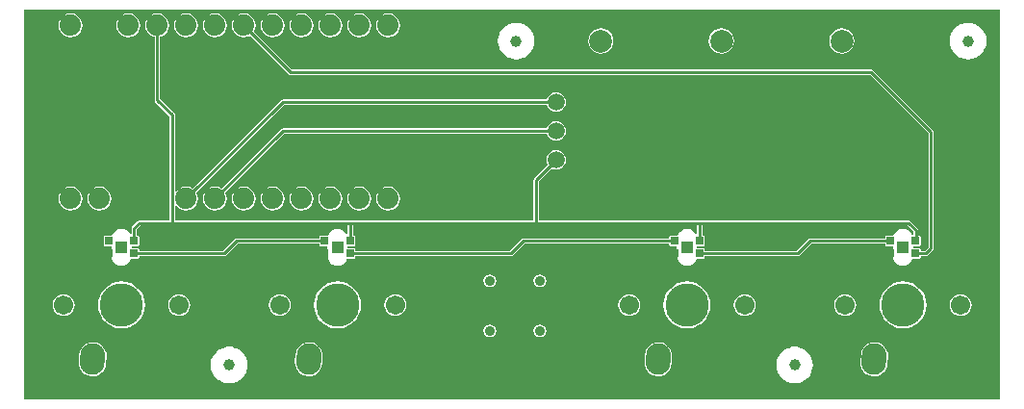
<source format=gbl>
G04 Layer_Physical_Order=2*
G04 Layer_Color=16711680*
%FSLAX25Y25*%
%MOIN*%
G70*
G01*
G75*
%ADD11C,0.01000*%
%ADD12C,0.05905*%
%ADD13R,0.05905X0.05905*%
%ADD14C,0.07874*%
%ADD15C,0.07400*%
G04:AMPARAMS|DCode=16|XSize=108.9mil|YSize=86mil|CornerRadius=0mil|HoleSize=0mil|Usage=FLASHONLY|Rotation=86.000|XOffset=0mil|YOffset=0mil|HoleType=Round|Shape=Round|*
%AMOVALD16*
21,1,0.02290,0.08600,0.00000,0.00000,86.0*
1,1,0.08600,-0.00080,-0.01142*
1,1,0.08600,0.00080,0.01142*
%
%ADD16OVALD16*%

%ADD17C,0.08600*%
%ADD18C,0.06700*%
%ADD19C,0.15000*%
%ADD20R,0.03937X0.03937*%
%ADD21C,0.03937*%
%ADD22C,0.03543*%
%ADD23C,0.05000*%
%ADD24R,0.02756X0.02756*%
G36*
X476451Y148549D02*
X138707D01*
Y283538D01*
X476451D01*
Y148549D01*
D02*
G37*
%LPC*%
G36*
X247145Y189342D02*
X247124Y189333D01*
X247103Y189340D01*
X245598Y189192D01*
X245559Y189171D01*
X245516Y189175D01*
X244069Y188736D01*
X244035Y188709D01*
X243991Y188705D01*
X242658Y187992D01*
X242630Y187958D01*
X242588Y187945D01*
X241419Y186986D01*
X241399Y186947D01*
X241360Y186927D01*
X240401Y185758D01*
X240388Y185716D01*
X240354Y185688D01*
X239642Y184355D01*
X239637Y184311D01*
X239610Y184277D01*
X239171Y182830D01*
X239175Y182787D01*
X239154Y182748D01*
X239006Y181243D01*
X239019Y181202D01*
X239006Y181160D01*
X239154Y179655D01*
X239175Y179616D01*
X239171Y179573D01*
X239610Y178126D01*
X239637Y178092D01*
X239642Y178049D01*
X240354Y176715D01*
X240388Y176687D01*
X240401Y176645D01*
X241360Y175476D01*
X241399Y175456D01*
X241419Y175417D01*
X242588Y174458D01*
X242630Y174445D01*
X242658Y174411D01*
X243991Y173699D01*
X244035Y173694D01*
X244069Y173667D01*
X245516Y173228D01*
X245559Y173232D01*
X245598Y173211D01*
X247103Y173063D01*
X247124Y173070D01*
X247145Y173061D01*
X247165Y173070D01*
X247186Y173063D01*
X248691Y173211D01*
X248730Y173232D01*
X248773Y173228D01*
X250220Y173667D01*
X250254Y173694D01*
X250297Y173699D01*
X251631Y174411D01*
X251659Y174445D01*
X251701Y174458D01*
X252870Y175417D01*
X252890Y175456D01*
X252929Y175476D01*
X253888Y176645D01*
X253901Y176687D01*
X253935Y176715D01*
X254647Y178049D01*
X254652Y178092D01*
X254679Y178126D01*
X255118Y179573D01*
X255114Y179616D01*
X255135Y179655D01*
X255283Y181160D01*
X255270Y181202D01*
X255283Y181243D01*
X255135Y182748D01*
X255114Y182787D01*
X255118Y182830D01*
X254679Y184277D01*
X254652Y184311D01*
X254647Y184355D01*
X253935Y185688D01*
X253901Y185716D01*
X253888Y185758D01*
X252929Y186927D01*
X252890Y186947D01*
X252870Y186986D01*
X251701Y187945D01*
X251659Y187958D01*
X251631Y187992D01*
X250297Y188705D01*
X250254Y188709D01*
X250220Y188736D01*
X248773Y189175D01*
X248730Y189171D01*
X248691Y189192D01*
X247186Y189340D01*
X247165Y189333D01*
X247145Y189342D01*
D02*
G37*
G36*
X368208D02*
X368187Y189333D01*
X368166Y189340D01*
X366661Y189192D01*
X366622Y189171D01*
X366579Y189175D01*
X365132Y188736D01*
X365098Y188709D01*
X365054Y188705D01*
X363721Y187992D01*
X363693Y187958D01*
X363651Y187945D01*
X362482Y186986D01*
X362462Y186947D01*
X362423Y186927D01*
X361464Y185758D01*
X361451Y185716D01*
X361418Y185688D01*
X360705Y184355D01*
X360700Y184311D01*
X360673Y184277D01*
X360234Y182830D01*
X360238Y182787D01*
X360217Y182748D01*
X360069Y181243D01*
X360082Y181202D01*
X360069Y181160D01*
X360217Y179655D01*
X360238Y179616D01*
X360234Y179573D01*
X360673Y178126D01*
X360700Y178092D01*
X360705Y178049D01*
X361418Y176715D01*
X361451Y176687D01*
X361464Y176645D01*
X362423Y175476D01*
X362462Y175456D01*
X362482Y175417D01*
X363651Y174458D01*
X363693Y174445D01*
X363721Y174411D01*
X365054Y173699D01*
X365098Y173694D01*
X365132Y173667D01*
X366579Y173228D01*
X366622Y173232D01*
X366661Y173211D01*
X368166Y173063D01*
X368187Y173070D01*
X368208Y173061D01*
X368228Y173070D01*
X368249Y173063D01*
X369754Y173211D01*
X369793Y173232D01*
X369836Y173228D01*
X371283Y173667D01*
X371317Y173694D01*
X371360Y173699D01*
X372694Y174411D01*
X372722Y174445D01*
X372764Y174458D01*
X373933Y175417D01*
X373953Y175456D01*
X373992Y175476D01*
X374951Y176645D01*
X374964Y176687D01*
X374998Y176715D01*
X375710Y178049D01*
X375715Y178092D01*
X375742Y178126D01*
X376181Y179573D01*
X376177Y179616D01*
X376198Y179655D01*
X376346Y181160D01*
X376333Y181202D01*
X376346Y181243D01*
X376198Y182748D01*
X376177Y182787D01*
X376181Y182830D01*
X375742Y184277D01*
X375715Y184311D01*
X375710Y184355D01*
X374998Y185688D01*
X374964Y185716D01*
X374951Y185758D01*
X373992Y186927D01*
X373953Y186947D01*
X373933Y186986D01*
X372764Y187945D01*
X372722Y187958D01*
X372694Y187992D01*
X371360Y188705D01*
X371317Y188709D01*
X371283Y188736D01*
X369836Y189175D01*
X369793Y189171D01*
X369754Y189192D01*
X368249Y189340D01*
X368228Y189333D01*
X368208Y189342D01*
D02*
G37*
G36*
X172341D02*
X172321Y189333D01*
X172300Y189340D01*
X170795Y189192D01*
X170756Y189171D01*
X170713Y189175D01*
X169265Y188736D01*
X169232Y188709D01*
X169188Y188705D01*
X167855Y187992D01*
X167827Y187958D01*
X167785Y187945D01*
X166616Y186986D01*
X166596Y186947D01*
X166557Y186927D01*
X165598Y185758D01*
X165585Y185716D01*
X165551Y185688D01*
X164839Y184355D01*
X164834Y184311D01*
X164806Y184277D01*
X164367Y182830D01*
X164372Y182787D01*
X164351Y182748D01*
X164203Y181243D01*
X164216Y181202D01*
X164203Y181160D01*
X164351Y179655D01*
X164372Y179616D01*
X164367Y179573D01*
X164806Y178126D01*
X164834Y178092D01*
X164839Y178049D01*
X165551Y176715D01*
X165585Y176687D01*
X165598Y176645D01*
X166557Y175476D01*
X166596Y175456D01*
X166616Y175417D01*
X167785Y174458D01*
X167827Y174445D01*
X167855Y174411D01*
X169188Y173699D01*
X169232Y173694D01*
X169265Y173667D01*
X170713Y173228D01*
X170756Y173232D01*
X170795Y173211D01*
X172300Y173063D01*
X172321Y173070D01*
X172341Y173061D01*
X172362Y173070D01*
X172383Y173063D01*
X173888Y173211D01*
X173927Y173232D01*
X173970Y173228D01*
X175417Y173667D01*
X175451Y173694D01*
X175494Y173699D01*
X176828Y174411D01*
X176856Y174445D01*
X176898Y174458D01*
X178067Y175417D01*
X178087Y175456D01*
X178126Y175476D01*
X179085Y176645D01*
X179098Y176687D01*
X179131Y176715D01*
X179844Y178049D01*
X179849Y178092D01*
X179876Y178126D01*
X180315Y179573D01*
X180311Y179616D01*
X180332Y179655D01*
X180480Y181160D01*
X180467Y181202D01*
X180480Y181243D01*
X180332Y182748D01*
X180311Y182787D01*
X180315Y182830D01*
X179876Y184277D01*
X179849Y184311D01*
X179844Y184355D01*
X179131Y185688D01*
X179098Y185716D01*
X179085Y185758D01*
X178126Y186927D01*
X178087Y186947D01*
X178067Y186986D01*
X176898Y187945D01*
X176856Y187958D01*
X176828Y187992D01*
X175494Y188705D01*
X175451Y188709D01*
X175417Y188736D01*
X173970Y189175D01*
X173927Y189171D01*
X173888Y189192D01*
X172383Y189340D01*
X172362Y189333D01*
X172341Y189342D01*
D02*
G37*
G36*
X423011Y185007D02*
X422984Y184995D01*
X422955Y185003D01*
X422081Y184888D01*
X422031Y184859D01*
X421973D01*
X421158Y184521D01*
X421117Y184481D01*
X421062Y184466D01*
X420362Y183929D01*
X420333Y183879D01*
X420283Y183850D01*
X419746Y183150D01*
X419732Y183095D01*
X419691Y183054D01*
X419353Y182239D01*
Y182182D01*
X419324Y182132D01*
X419209Y181257D01*
X419224Y181202D01*
X419209Y181146D01*
X419324Y180271D01*
X419353Y180222D01*
Y180164D01*
X419691Y179349D01*
X419732Y179308D01*
X419746Y179253D01*
X420283Y178553D01*
X420333Y178524D01*
X420362Y178474D01*
X421062Y177937D01*
X421117Y177922D01*
X421158Y177882D01*
X421973Y177544D01*
X422031D01*
X422081Y177515D01*
X422955Y177400D01*
X422984Y177408D01*
X423011Y177397D01*
X423038Y177408D01*
X423066Y177400D01*
X423941Y177515D01*
X423991Y177544D01*
X424048D01*
X424863Y177882D01*
X424904Y177922D01*
X424960Y177937D01*
X425659Y178474D01*
X425688Y178524D01*
X425738Y178553D01*
X426275Y179253D01*
X426290Y179308D01*
X426331Y179349D01*
X426668Y180164D01*
Y180222D01*
X426697Y180271D01*
X426812Y181146D01*
X426797Y181202D01*
X426812Y181257D01*
X426697Y182132D01*
X426668Y182182D01*
Y182239D01*
X426331Y183054D01*
X426290Y183095D01*
X426275Y183150D01*
X425738Y183850D01*
X425688Y183879D01*
X425659Y183929D01*
X424960Y184466D01*
X424904Y184481D01*
X424863Y184521D01*
X424048Y184859D01*
X423991D01*
X423941Y184888D01*
X423066Y185003D01*
X423038Y184995D01*
X423011Y185007D01*
D02*
G37*
G36*
X463011D02*
X462984Y184995D01*
X462955Y185003D01*
X462080Y184888D01*
X462031Y184859D01*
X461973D01*
X461158Y184521D01*
X461117Y184481D01*
X461062Y184466D01*
X460362Y183929D01*
X460333Y183879D01*
X460283Y183850D01*
X459746Y183150D01*
X459731Y183095D01*
X459691Y183054D01*
X459353Y182239D01*
Y182182D01*
X459324Y182132D01*
X459209Y181257D01*
X459224Y181202D01*
X459209Y181146D01*
X459324Y180271D01*
X459353Y180222D01*
Y180164D01*
X459691Y179349D01*
X459731Y179308D01*
X459746Y179253D01*
X460283Y178553D01*
X460333Y178524D01*
X460362Y178474D01*
X461062Y177937D01*
X461117Y177922D01*
X461158Y177882D01*
X461973Y177544D01*
X462031D01*
X462080Y177515D01*
X462955Y177400D01*
X462984Y177408D01*
X463011Y177397D01*
X463038Y177408D01*
X463066Y177400D01*
X463941Y177515D01*
X463991Y177544D01*
X464048D01*
X464863Y177882D01*
X464904Y177922D01*
X464959Y177937D01*
X465659Y178474D01*
X465688Y178524D01*
X465738Y178553D01*
X466275Y179253D01*
X466290Y179308D01*
X466331Y179349D01*
X466668Y180164D01*
Y180222D01*
X466697Y180271D01*
X466812Y181146D01*
X466797Y181202D01*
X466812Y181257D01*
X466697Y182132D01*
X466668Y182182D01*
Y182239D01*
X466331Y183054D01*
X466290Y183095D01*
X466275Y183150D01*
X465738Y183850D01*
X465688Y183879D01*
X465659Y183929D01*
X464959Y184466D01*
X464904Y184481D01*
X464863Y184521D01*
X464048Y184859D01*
X463991D01*
X463941Y184888D01*
X463066Y185003D01*
X463038Y184995D01*
X463011Y185007D01*
D02*
G37*
G36*
X237615Y168266D02*
X236381Y168191D01*
X235209Y167799D01*
X234179Y167117D01*
X233360Y166191D01*
X232808Y165085D01*
X232562Y163874D01*
X232402Y161590D01*
X232478Y160356D01*
X232870Y159184D01*
X233552Y158153D01*
X234477Y157334D01*
X235583Y156783D01*
X236795Y156537D01*
X238028Y156612D01*
X239200Y157004D01*
X240231Y157686D01*
X241050Y158612D01*
X241601Y159718D01*
X241847Y160929D01*
X242007Y163214D01*
X241932Y164447D01*
X241540Y165619D01*
X240858Y166650D01*
X239932Y167469D01*
X238826Y168020D01*
X237615Y168266D01*
D02*
G37*
G36*
X162812D02*
X161578Y168191D01*
X160406Y167799D01*
X159376Y167117D01*
X158557Y166191D01*
X158005Y165085D01*
X157759Y163874D01*
X157599Y161590D01*
X157675Y160356D01*
X158067Y159184D01*
X158749Y158153D01*
X159674Y157334D01*
X160780Y156783D01*
X161992Y156537D01*
X163225Y156612D01*
X164397Y157004D01*
X165428Y157686D01*
X166246Y158612D01*
X166798Y159718D01*
X167044Y160929D01*
X167204Y163214D01*
X167129Y164447D01*
X166736Y165619D01*
X166054Y166650D01*
X165129Y167469D01*
X164023Y168020D01*
X162812Y168266D01*
D02*
G37*
G36*
X317221Y191800D02*
X317181Y191783D01*
X317138Y191791D01*
X316447Y191654D01*
X316376Y191607D01*
X316293Y191590D01*
X315707Y191199D01*
X315660Y191128D01*
X315590Y191081D01*
X315198Y190495D01*
X315182Y190412D01*
X315135Y190341D01*
X314997Y189650D01*
X315014Y189567D01*
X314997Y189484D01*
X315135Y188793D01*
X315182Y188722D01*
X315198Y188639D01*
X315590Y188053D01*
X315660Y188006D01*
X315707Y187935D01*
X316293Y187544D01*
X316376Y187527D01*
X316447Y187480D01*
X317138Y187343D01*
X317181Y187351D01*
X317221Y187335D01*
X317262Y187351D01*
X317304Y187343D01*
X317996Y187480D01*
X318066Y187527D01*
X318149Y187544D01*
X318735Y187935D01*
X318782Y188006D01*
X318853Y188053D01*
X319245Y188639D01*
X319261Y188722D01*
X319308Y188793D01*
X319446Y189484D01*
X319429Y189567D01*
X319446Y189650D01*
X319308Y190341D01*
X319261Y190412D01*
X319245Y190495D01*
X318853Y191081D01*
X318782Y191128D01*
X318735Y191199D01*
X318149Y191590D01*
X318066Y191607D01*
X317996Y191654D01*
X317304Y191791D01*
X317262Y191783D01*
X317221Y191800D01*
D02*
G37*
G36*
X443011Y189342D02*
X442990Y189333D01*
X442969Y189340D01*
X441464Y189192D01*
X441425Y189171D01*
X441382Y189175D01*
X439935Y188736D01*
X439901Y188709D01*
X439858Y188705D01*
X438524Y187992D01*
X438496Y187958D01*
X438454Y187945D01*
X437286Y186986D01*
X437265Y186947D01*
X437226Y186927D01*
X436267Y185758D01*
X436254Y185716D01*
X436221Y185688D01*
X435508Y184355D01*
X435503Y184311D01*
X435476Y184277D01*
X435037Y182830D01*
X435041Y182787D01*
X435020Y182748D01*
X434872Y181243D01*
X434885Y181202D01*
X434872Y181160D01*
X435020Y179655D01*
X435041Y179616D01*
X435037Y179573D01*
X435476Y178126D01*
X435503Y178092D01*
X435508Y178049D01*
X436221Y176715D01*
X436254Y176687D01*
X436267Y176645D01*
X437226Y175476D01*
X437265Y175456D01*
X437286Y175417D01*
X438454Y174458D01*
X438496Y174445D01*
X438524Y174411D01*
X439858Y173699D01*
X439901Y173694D01*
X439935Y173667D01*
X441382Y173228D01*
X441425Y173232D01*
X441464Y173211D01*
X442969Y173063D01*
X442990Y173070D01*
X443011Y173061D01*
X443031Y173070D01*
X443052Y173063D01*
X444557Y173211D01*
X444596Y173232D01*
X444639Y173228D01*
X446087Y173667D01*
X446120Y173694D01*
X446164Y173699D01*
X447497Y174411D01*
X447525Y174445D01*
X447567Y174458D01*
X448736Y175417D01*
X448756Y175456D01*
X448795Y175476D01*
X449754Y176645D01*
X449767Y176687D01*
X449801Y176715D01*
X450514Y178049D01*
X450518Y178092D01*
X450546Y178126D01*
X450984Y179573D01*
X450980Y179616D01*
X451001Y179655D01*
X451149Y181160D01*
X451136Y181202D01*
X451149Y181243D01*
X451001Y182748D01*
X450980Y182787D01*
X450984Y182830D01*
X450546Y184277D01*
X450518Y184311D01*
X450514Y184355D01*
X449801Y185688D01*
X449767Y185716D01*
X449754Y185758D01*
X448795Y186927D01*
X448756Y186947D01*
X448736Y186986D01*
X447567Y187945D01*
X447525Y187958D01*
X447497Y187992D01*
X446164Y188705D01*
X446120Y188709D01*
X446087Y188736D01*
X444639Y189175D01*
X444596Y189171D01*
X444557Y189192D01*
X443052Y189340D01*
X443031Y189333D01*
X443011Y189342D01*
D02*
G37*
G36*
X299899Y191800D02*
X299859Y191783D01*
X299816Y191791D01*
X299125Y191654D01*
X299054Y191607D01*
X298971Y191590D01*
X298385Y191199D01*
X298338Y191128D01*
X298268Y191081D01*
X297876Y190495D01*
X297860Y190412D01*
X297813Y190341D01*
X297675Y189650D01*
X297691Y189567D01*
X297675Y189484D01*
X297813Y188793D01*
X297860Y188722D01*
X297876Y188639D01*
X298268Y188053D01*
X298338Y188006D01*
X298385Y187935D01*
X298971Y187544D01*
X299054Y187527D01*
X299125Y187480D01*
X299816Y187343D01*
X299859Y187351D01*
X299899Y187335D01*
X299940Y187351D01*
X299983Y187343D01*
X300674Y187480D01*
X300744Y187527D01*
X300827Y187544D01*
X301413Y187935D01*
X301461Y188006D01*
X301531Y188053D01*
X301923Y188639D01*
X301939Y188722D01*
X301986Y188793D01*
X302124Y189484D01*
X302107Y189567D01*
X302124Y189650D01*
X301986Y190341D01*
X301939Y190412D01*
X301923Y190495D01*
X301531Y191081D01*
X301461Y191128D01*
X301413Y191199D01*
X300827Y191590D01*
X300744Y191607D01*
X300674Y191654D01*
X299983Y191791D01*
X299940Y191783D01*
X299899Y191800D01*
D02*
G37*
G36*
X388208Y185007D02*
X388180Y184995D01*
X388152Y185003D01*
X387277Y184888D01*
X387228Y184859D01*
X387170D01*
X386355Y184521D01*
X386314Y184481D01*
X386259Y184466D01*
X385559Y183929D01*
X385530Y183879D01*
X385480Y183850D01*
X384943Y183150D01*
X384928Y183095D01*
X384888Y183054D01*
X384550Y182239D01*
Y182182D01*
X384521Y182132D01*
X384406Y181257D01*
X384421Y181202D01*
X384406Y181146D01*
X384521Y180271D01*
X384550Y180222D01*
Y180164D01*
X384888Y179349D01*
X384928Y179308D01*
X384943Y179253D01*
X385480Y178553D01*
X385530Y178524D01*
X385559Y178474D01*
X386259Y177937D01*
X386314Y177922D01*
X386355Y177882D01*
X387170Y177544D01*
X387228D01*
X387277Y177515D01*
X388152Y177400D01*
X388180Y177408D01*
X388208Y177397D01*
X388235Y177408D01*
X388263Y177400D01*
X389138Y177515D01*
X389188Y177544D01*
X389245D01*
X390060Y177882D01*
X390101Y177922D01*
X390156Y177937D01*
X390856Y178474D01*
X390885Y178524D01*
X390935Y178553D01*
X391472Y179253D01*
X391487Y179308D01*
X391527Y179349D01*
X391865Y180164D01*
Y180222D01*
X391894Y180271D01*
X392009Y181146D01*
X391994Y181202D01*
X392009Y181257D01*
X391894Y182132D01*
X391865Y182182D01*
Y182239D01*
X391527Y183054D01*
X391487Y183095D01*
X391472Y183150D01*
X390935Y183850D01*
X390885Y183879D01*
X390856Y183929D01*
X390156Y184466D01*
X390101Y184481D01*
X390060Y184521D01*
X389245Y184859D01*
X389188D01*
X389138Y184888D01*
X388263Y185003D01*
X388235Y184995D01*
X388208Y185007D01*
D02*
G37*
G36*
X405512Y166793D02*
X405491Y166785D01*
X405470Y166791D01*
X404312Y166677D01*
X404274Y166657D01*
X404230Y166661D01*
X403117Y166323D01*
X403084Y166296D01*
X403040Y166291D01*
X402014Y165743D01*
X401986Y165709D01*
X401945Y165697D01*
X401045Y164959D01*
X401025Y164920D01*
X400986Y164899D01*
X400248Y164000D01*
X400236Y163958D01*
X400202Y163931D01*
X399654Y162905D01*
X399649Y162861D01*
X399622Y162828D01*
X399284Y161714D01*
X399288Y161671D01*
X399268Y161633D01*
X399154Y160475D01*
X399166Y160433D01*
X399154Y160391D01*
X399268Y159234D01*
X399288Y159195D01*
X399284Y159152D01*
X399622Y158038D01*
X399649Y158005D01*
X399654Y157961D01*
X400202Y156935D01*
X400236Y156908D01*
X400248Y156866D01*
X400986Y155967D01*
X401025Y155946D01*
X401045Y155908D01*
X401945Y155170D01*
X401986Y155157D01*
X402014Y155123D01*
X403040Y154575D01*
X403084Y154571D01*
X403117Y154543D01*
X404230Y154205D01*
X404274Y154209D01*
X404312Y154189D01*
X405470Y154075D01*
X405491Y154081D01*
X405512Y154073D01*
X405532Y154081D01*
X405554Y154075D01*
X406711Y154189D01*
X406750Y154209D01*
X406793Y154205D01*
X407906Y154543D01*
X407940Y154571D01*
X407984Y154575D01*
X409010Y155123D01*
X409037Y155157D01*
X409079Y155170D01*
X409978Y155908D01*
X409999Y155946D01*
X410037Y155967D01*
X410775Y156866D01*
X410788Y156908D01*
X410822Y156935D01*
X411370Y157961D01*
X411374Y158005D01*
X411402Y158038D01*
X411740Y159152D01*
X411735Y159195D01*
X411756Y159234D01*
X411870Y160391D01*
X411857Y160433D01*
X411870Y160475D01*
X411756Y161633D01*
X411735Y161671D01*
X411740Y161714D01*
X411402Y162828D01*
X411374Y162861D01*
X411370Y162905D01*
X410822Y163931D01*
X410788Y163958D01*
X410775Y164000D01*
X410037Y164899D01*
X409999Y164920D01*
X409978Y164959D01*
X409079Y165697D01*
X409037Y165709D01*
X409010Y165743D01*
X407984Y166291D01*
X407940Y166296D01*
X407906Y166323D01*
X406793Y166661D01*
X406750Y166657D01*
X406711Y166677D01*
X405554Y166791D01*
X405532Y166785D01*
X405512Y166793D01*
D02*
G37*
G36*
X299899Y174477D02*
X299859Y174460D01*
X299816Y174469D01*
X299125Y174331D01*
X299054Y174284D01*
X298971Y174267D01*
X298385Y173876D01*
X298338Y173805D01*
X298268Y173758D01*
X297876Y173172D01*
X297860Y173089D01*
X297813Y173019D01*
X297675Y172327D01*
X297691Y172244D01*
X297675Y172161D01*
X297813Y171470D01*
X297860Y171399D01*
X297876Y171316D01*
X298268Y170730D01*
X298338Y170683D01*
X298385Y170612D01*
X298971Y170221D01*
X299054Y170204D01*
X299125Y170157D01*
X299816Y170020D01*
X299859Y170028D01*
X299899Y170011D01*
X299940Y170028D01*
X299983Y170020D01*
X300674Y170157D01*
X300744Y170204D01*
X300827Y170221D01*
X301413Y170612D01*
X301461Y170683D01*
X301531Y170730D01*
X301923Y171316D01*
X301939Y171399D01*
X301986Y171470D01*
X302124Y172161D01*
X302107Y172244D01*
X302124Y172327D01*
X301986Y173019D01*
X301939Y173089D01*
X301923Y173172D01*
X301531Y173758D01*
X301461Y173805D01*
X301413Y173876D01*
X300827Y174267D01*
X300744Y174284D01*
X300674Y174331D01*
X299983Y174469D01*
X299940Y174460D01*
X299899Y174477D01*
D02*
G37*
G36*
X209646Y166793D02*
X209625Y166785D01*
X209604Y166791D01*
X208446Y166677D01*
X208408Y166657D01*
X208364Y166661D01*
X207251Y166323D01*
X207217Y166296D01*
X207174Y166291D01*
X206148Y165743D01*
X206120Y165709D01*
X206079Y165697D01*
X205179Y164959D01*
X205159Y164920D01*
X205120Y164899D01*
X204382Y164000D01*
X204370Y163958D01*
X204336Y163931D01*
X203787Y162905D01*
X203783Y162861D01*
X203755Y162828D01*
X203418Y161714D01*
X203422Y161671D01*
X203401Y161633D01*
X203288Y160475D01*
X203300Y160433D01*
X203288Y160391D01*
X203401Y159234D01*
X203422Y159195D01*
X203418Y159152D01*
X203755Y158038D01*
X203783Y158005D01*
X203787Y157961D01*
X204336Y156935D01*
X204370Y156908D01*
X204382Y156866D01*
X205120Y155967D01*
X205159Y155946D01*
X205179Y155908D01*
X206079Y155170D01*
X206120Y155157D01*
X206148Y155123D01*
X207174Y154575D01*
X207217Y154571D01*
X207251Y154543D01*
X208364Y154205D01*
X208408Y154209D01*
X208446Y154189D01*
X209604Y154075D01*
X209625Y154081D01*
X209646Y154073D01*
X209666Y154081D01*
X209687Y154075D01*
X210845Y154189D01*
X210884Y154209D01*
X210927Y154205D01*
X212040Y154543D01*
X212074Y154571D01*
X212117Y154575D01*
X213143Y155123D01*
X213171Y155157D01*
X213213Y155170D01*
X214112Y155908D01*
X214133Y155946D01*
X214171Y155967D01*
X214909Y156866D01*
X214922Y156908D01*
X214955Y156935D01*
X215504Y157961D01*
X215508Y158005D01*
X215536Y158038D01*
X215874Y159152D01*
X215869Y159195D01*
X215890Y159234D01*
X216004Y160391D01*
X215991Y160433D01*
X216004Y160475D01*
X215890Y161633D01*
X215869Y161671D01*
X215874Y161714D01*
X215536Y162828D01*
X215508Y162861D01*
X215504Y162905D01*
X214955Y163931D01*
X214922Y163958D01*
X214909Y164000D01*
X214171Y164899D01*
X214133Y164920D01*
X214112Y164959D01*
X213213Y165697D01*
X213171Y165709D01*
X213143Y165743D01*
X212117Y166291D01*
X212074Y166296D01*
X212040Y166323D01*
X210927Y166661D01*
X210884Y166657D01*
X210845Y166677D01*
X209687Y166791D01*
X209666Y166785D01*
X209646Y166793D01*
D02*
G37*
G36*
X358678Y168266D02*
X357444Y168191D01*
X356272Y167799D01*
X355242Y167117D01*
X354423Y166191D01*
X353871Y165085D01*
X353625Y163874D01*
X353465Y161590D01*
X353541Y160356D01*
X353933Y159184D01*
X354615Y158153D01*
X355540Y157334D01*
X356646Y156783D01*
X357858Y156537D01*
X359091Y156612D01*
X360263Y157004D01*
X361294Y157686D01*
X362113Y158612D01*
X362664Y159718D01*
X362911Y160929D01*
X363070Y163214D01*
X362995Y164447D01*
X362603Y165619D01*
X361920Y166650D01*
X360995Y167469D01*
X359889Y168020D01*
X358678Y168266D01*
D02*
G37*
G36*
X433481D02*
X432247Y168191D01*
X431075Y167799D01*
X430045Y167117D01*
X429226Y166191D01*
X428675Y165085D01*
X428428Y163874D01*
X428268Y161590D01*
X428344Y160356D01*
X428736Y159184D01*
X429418Y158153D01*
X430344Y157334D01*
X431450Y156783D01*
X432661Y156537D01*
X433894Y156612D01*
X435066Y157004D01*
X436097Y157686D01*
X436916Y158612D01*
X437467Y159718D01*
X437714Y160929D01*
X437873Y163214D01*
X437798Y164447D01*
X437406Y165619D01*
X436724Y166650D01*
X435798Y167469D01*
X434692Y168020D01*
X433481Y168266D01*
D02*
G37*
G36*
X317221Y174477D02*
X317181Y174460D01*
X317138Y174469D01*
X316447Y174331D01*
X316376Y174284D01*
X316293Y174267D01*
X315707Y173876D01*
X315660Y173805D01*
X315590Y173758D01*
X315198Y173172D01*
X315182Y173089D01*
X315135Y173019D01*
X314997Y172327D01*
X315014Y172244D01*
X314997Y172161D01*
X315135Y171470D01*
X315182Y171399D01*
X315198Y171316D01*
X315590Y170730D01*
X315660Y170683D01*
X315707Y170612D01*
X316293Y170221D01*
X316376Y170204D01*
X316447Y170157D01*
X317138Y170020D01*
X317181Y170028D01*
X317221Y170011D01*
X317262Y170028D01*
X317304Y170020D01*
X317996Y170157D01*
X318066Y170204D01*
X318149Y170221D01*
X318735Y170612D01*
X318782Y170683D01*
X318853Y170730D01*
X319245Y171316D01*
X319261Y171399D01*
X319308Y171470D01*
X319446Y172161D01*
X319429Y172244D01*
X319446Y172327D01*
X319308Y173019D01*
X319261Y173089D01*
X319245Y173172D01*
X318853Y173758D01*
X318782Y173805D01*
X318735Y173876D01*
X318149Y174267D01*
X318066Y174284D01*
X317996Y174331D01*
X317304Y174469D01*
X317262Y174460D01*
X317221Y174477D01*
D02*
G37*
G36*
X267144Y185007D02*
X267117Y184995D01*
X267089Y185003D01*
X266214Y184888D01*
X266164Y184859D01*
X266107D01*
X265292Y184521D01*
X265251Y184481D01*
X265196Y184466D01*
X264496Y183929D01*
X264467Y183879D01*
X264417Y183850D01*
X263880Y183150D01*
X263865Y183095D01*
X263825Y183054D01*
X263487Y182239D01*
Y182182D01*
X263458Y182132D01*
X263343Y181257D01*
X263358Y181202D01*
X263343Y181146D01*
X263458Y180271D01*
X263487Y180222D01*
Y180164D01*
X263825Y179349D01*
X263865Y179308D01*
X263880Y179253D01*
X264417Y178553D01*
X264467Y178524D01*
X264496Y178474D01*
X265196Y177937D01*
X265251Y177922D01*
X265292Y177882D01*
X266107Y177544D01*
X266164D01*
X266214Y177515D01*
X267089Y177400D01*
X267117Y177408D01*
X267144Y177397D01*
X267172Y177408D01*
X267200Y177400D01*
X268075Y177515D01*
X268125Y177544D01*
X268182D01*
X268997Y177882D01*
X269038Y177922D01*
X269093Y177937D01*
X269793Y178474D01*
X269822Y178524D01*
X269872Y178553D01*
X270409Y179253D01*
X270424Y179308D01*
X270464Y179349D01*
X270802Y180164D01*
Y180222D01*
X270831Y180271D01*
X270946Y181146D01*
X270931Y181202D01*
X270946Y181257D01*
X270831Y182132D01*
X270802Y182182D01*
Y182239D01*
X270464Y183054D01*
X270424Y183095D01*
X270409Y183150D01*
X269872Y183850D01*
X269822Y183879D01*
X269793Y183929D01*
X269093Y184466D01*
X269038Y184481D01*
X268997Y184521D01*
X268182Y184859D01*
X268125D01*
X268075Y184888D01*
X267200Y185003D01*
X267172Y184995D01*
X267144Y185007D01*
D02*
G37*
G36*
X348207D02*
X348180Y184995D01*
X348152Y185003D01*
X347277Y184888D01*
X347228Y184859D01*
X347170D01*
X346355Y184521D01*
X346314Y184481D01*
X346259Y184466D01*
X345559Y183929D01*
X345530Y183879D01*
X345480Y183850D01*
X344943Y183150D01*
X344928Y183095D01*
X344888Y183054D01*
X344550Y182239D01*
Y182182D01*
X344521Y182132D01*
X344406Y181257D01*
X344421Y181202D01*
X344406Y181146D01*
X344521Y180271D01*
X344550Y180222D01*
Y180164D01*
X344888Y179349D01*
X344928Y179308D01*
X344943Y179253D01*
X345480Y178553D01*
X345530Y178524D01*
X345559Y178474D01*
X346259Y177937D01*
X346314Y177922D01*
X346355Y177882D01*
X347170Y177544D01*
X347228D01*
X347277Y177515D01*
X348152Y177400D01*
X348180Y177408D01*
X348207Y177397D01*
X348235Y177408D01*
X348263Y177400D01*
X349138Y177515D01*
X349187Y177544D01*
X349245D01*
X350060Y177882D01*
X350101Y177922D01*
X350156Y177937D01*
X350856Y178474D01*
X350885Y178524D01*
X350935Y178553D01*
X351472Y179253D01*
X351487Y179308D01*
X351527Y179349D01*
X351865Y180164D01*
Y180222D01*
X351894Y180271D01*
X352009Y181146D01*
X351994Y181202D01*
X352009Y181257D01*
X351894Y182132D01*
X351865Y182182D01*
Y182239D01*
X351527Y183054D01*
X351487Y183095D01*
X351472Y183150D01*
X350935Y183850D01*
X350885Y183879D01*
X350856Y183929D01*
X350156Y184466D01*
X350101Y184481D01*
X350060Y184521D01*
X349245Y184859D01*
X349187D01*
X349138Y184888D01*
X348263Y185003D01*
X348235Y184995D01*
X348207Y185007D01*
D02*
G37*
G36*
X227145D02*
X227117Y184995D01*
X227089Y185003D01*
X226214Y184888D01*
X226165Y184859D01*
X226107D01*
X225292Y184521D01*
X225251Y184481D01*
X225196Y184466D01*
X224496Y183929D01*
X224467Y183879D01*
X224417Y183850D01*
X223880Y183150D01*
X223865Y183095D01*
X223825Y183054D01*
X223487Y182239D01*
Y182182D01*
X223458Y182132D01*
X223343Y181257D01*
X223358Y181202D01*
X223343Y181146D01*
X223458Y180271D01*
X223487Y180222D01*
Y180164D01*
X223825Y179349D01*
X223865Y179308D01*
X223880Y179253D01*
X224417Y178553D01*
X224467Y178524D01*
X224496Y178474D01*
X225196Y177937D01*
X225251Y177922D01*
X225292Y177882D01*
X226107Y177544D01*
X226165D01*
X226214Y177515D01*
X227089Y177400D01*
X227117Y177408D01*
X227145Y177397D01*
X227172Y177408D01*
X227200Y177400D01*
X228075Y177515D01*
X228124Y177544D01*
X228182D01*
X228997Y177882D01*
X229038Y177922D01*
X229093Y177937D01*
X229793Y178474D01*
X229822Y178524D01*
X229872Y178553D01*
X230409Y179253D01*
X230424Y179308D01*
X230464Y179349D01*
X230802Y180164D01*
Y180222D01*
X230831Y180271D01*
X230946Y181146D01*
X230931Y181202D01*
X230946Y181257D01*
X230831Y182132D01*
X230802Y182182D01*
Y182239D01*
X230464Y183054D01*
X230424Y183095D01*
X230409Y183150D01*
X229872Y183850D01*
X229822Y183879D01*
X229793Y183929D01*
X229093Y184466D01*
X229038Y184481D01*
X228997Y184521D01*
X228182Y184859D01*
X228124D01*
X228075Y184888D01*
X227200Y185003D01*
X227172Y184995D01*
X227145Y185007D01*
D02*
G37*
G36*
X152341D02*
X152314Y184995D01*
X152286Y185003D01*
X151411Y184888D01*
X151361Y184859D01*
X151304D01*
X150489Y184521D01*
X150448Y184481D01*
X150392Y184466D01*
X149693Y183929D01*
X149664Y183879D01*
X149614Y183850D01*
X149077Y183150D01*
X149062Y183095D01*
X149021Y183054D01*
X148684Y182239D01*
Y182182D01*
X148655Y182132D01*
X148540Y181257D01*
X148555Y181202D01*
X148540Y181146D01*
X148655Y180271D01*
X148684Y180222D01*
Y180164D01*
X149021Y179349D01*
X149062Y179308D01*
X149077Y179253D01*
X149614Y178553D01*
X149664Y178524D01*
X149693Y178474D01*
X150392Y177937D01*
X150448Y177922D01*
X150489Y177882D01*
X151304Y177544D01*
X151361D01*
X151411Y177515D01*
X152286Y177400D01*
X152314Y177408D01*
X152341Y177397D01*
X152369Y177408D01*
X152397Y177400D01*
X153271Y177515D01*
X153321Y177544D01*
X153379D01*
X154194Y177882D01*
X154235Y177922D01*
X154290Y177937D01*
X154990Y178474D01*
X155019Y178524D01*
X155069Y178553D01*
X155606Y179253D01*
X155621Y179308D01*
X155661Y179349D01*
X155999Y180164D01*
Y180222D01*
X156028Y180271D01*
X156143Y181146D01*
X156128Y181202D01*
X156143Y181257D01*
X156028Y182132D01*
X155999Y182182D01*
Y182239D01*
X155661Y183054D01*
X155621Y183095D01*
X155606Y183150D01*
X155069Y183850D01*
X155019Y183879D01*
X154990Y183929D01*
X154290Y184466D01*
X154235Y184481D01*
X154194Y184521D01*
X153379Y184859D01*
X153321D01*
X153271Y184888D01*
X152397Y185003D01*
X152369Y184995D01*
X152341Y185007D01*
D02*
G37*
G36*
X192341D02*
X192314Y184995D01*
X192286Y185003D01*
X191411Y184888D01*
X191361Y184859D01*
X191304D01*
X190489Y184521D01*
X190448Y184481D01*
X190392Y184466D01*
X189693Y183929D01*
X189664Y183879D01*
X189614Y183850D01*
X189077Y183150D01*
X189062Y183095D01*
X189022Y183054D01*
X188684Y182239D01*
Y182182D01*
X188655Y182132D01*
X188540Y181257D01*
X188555Y181202D01*
X188540Y181146D01*
X188655Y180271D01*
X188684Y180222D01*
Y180164D01*
X189022Y179349D01*
X189062Y179308D01*
X189077Y179253D01*
X189614Y178553D01*
X189664Y178524D01*
X189693Y178474D01*
X190392Y177937D01*
X190448Y177922D01*
X190489Y177882D01*
X191304Y177544D01*
X191361D01*
X191411Y177515D01*
X192286Y177400D01*
X192314Y177408D01*
X192341Y177397D01*
X192369Y177408D01*
X192397Y177400D01*
X193272Y177515D01*
X193321Y177544D01*
X193379D01*
X194194Y177882D01*
X194235Y177922D01*
X194290Y177937D01*
X194990Y178474D01*
X195019Y178524D01*
X195069Y178553D01*
X195606Y179253D01*
X195621Y179308D01*
X195661Y179349D01*
X195999Y180164D01*
Y180222D01*
X196028Y180271D01*
X196143Y181146D01*
X196128Y181202D01*
X196143Y181257D01*
X196028Y182132D01*
X195999Y182182D01*
Y182239D01*
X195661Y183054D01*
X195621Y183095D01*
X195606Y183150D01*
X195069Y183850D01*
X195019Y183879D01*
X194990Y183929D01*
X194290Y184466D01*
X194235Y184481D01*
X194194Y184521D01*
X193379Y184859D01*
X193321D01*
X193272Y184888D01*
X192397Y185003D01*
X192369Y184995D01*
X192341Y185007D01*
D02*
G37*
G36*
X154724Y222161D02*
X153656Y222020D01*
X152660Y221607D01*
X151805Y220951D01*
X151149Y220096D01*
X150736Y219100D01*
X150595Y218032D01*
X150736Y216963D01*
X151149Y215967D01*
X151805Y215112D01*
X152660Y214456D01*
X153656Y214043D01*
X154724Y213902D01*
X155793Y214043D01*
X156789Y214456D01*
X157644Y215112D01*
X158300Y215967D01*
X158713Y216963D01*
X158853Y218032D01*
X158713Y219100D01*
X158300Y220096D01*
X157644Y220951D01*
X156789Y221607D01*
X155793Y222020D01*
X154724Y222161D01*
D02*
G37*
G36*
X204724Y282160D02*
X203656Y282020D01*
X202660Y281607D01*
X201805Y280951D01*
X201149Y280096D01*
X200736Y279100D01*
X200595Y278031D01*
X200736Y276963D01*
X201149Y275967D01*
X201805Y275112D01*
X202660Y274456D01*
X203656Y274043D01*
X204724Y273903D01*
X205793Y274043D01*
X206789Y274456D01*
X207644Y275112D01*
X208300Y275967D01*
X208713Y276963D01*
X208853Y278031D01*
X208713Y279100D01*
X208300Y280096D01*
X207644Y280951D01*
X206789Y281607D01*
X205793Y282020D01*
X204724Y282160D01*
D02*
G37*
G36*
X224724D02*
X223656Y282020D01*
X222660Y281607D01*
X221805Y280951D01*
X221149Y280096D01*
X220736Y279100D01*
X220595Y278031D01*
X220736Y276963D01*
X221149Y275967D01*
X221805Y275112D01*
X222660Y274456D01*
X223656Y274043D01*
X224724Y273903D01*
X225793Y274043D01*
X226789Y274456D01*
X227644Y275112D01*
X228300Y275967D01*
X228713Y276963D01*
X228853Y278031D01*
X228713Y279100D01*
X228300Y280096D01*
X227644Y280951D01*
X226789Y281607D01*
X225793Y282020D01*
X224724Y282160D01*
D02*
G37*
G36*
X194724D02*
X193656Y282020D01*
X192660Y281607D01*
X191805Y280951D01*
X191149Y280096D01*
X190736Y279100D01*
X190595Y278031D01*
X190736Y276963D01*
X191149Y275967D01*
X191805Y275112D01*
X192660Y274456D01*
X193656Y274043D01*
X194724Y273903D01*
X195793Y274043D01*
X196789Y274456D01*
X197644Y275112D01*
X198300Y275967D01*
X198713Y276963D01*
X198853Y278031D01*
X198713Y279100D01*
X198300Y280096D01*
X197644Y280951D01*
X196789Y281607D01*
X195793Y282020D01*
X194724Y282160D01*
D02*
G37*
G36*
X154724D02*
X153656Y282020D01*
X152660Y281607D01*
X151805Y280951D01*
X151149Y280096D01*
X150736Y279100D01*
X150595Y278031D01*
X150736Y276963D01*
X151149Y275967D01*
X151805Y275112D01*
X152660Y274456D01*
X153656Y274043D01*
X154724Y273903D01*
X155793Y274043D01*
X156789Y274456D01*
X157644Y275112D01*
X158300Y275967D01*
X158713Y276963D01*
X158853Y278031D01*
X158713Y279100D01*
X158300Y280096D01*
X157644Y280951D01*
X156789Y281607D01*
X155793Y282020D01*
X154724Y282160D01*
D02*
G37*
G36*
X174724D02*
X173656Y282020D01*
X172660Y281607D01*
X171805Y280951D01*
X171149Y280096D01*
X170736Y279100D01*
X170595Y278031D01*
X170736Y276963D01*
X171149Y275967D01*
X171805Y275112D01*
X172660Y274456D01*
X173656Y274043D01*
X174724Y273903D01*
X175793Y274043D01*
X176789Y274456D01*
X177644Y275112D01*
X178300Y275967D01*
X178713Y276963D01*
X178853Y278031D01*
X178713Y279100D01*
X178300Y280096D01*
X177644Y280951D01*
X176789Y281607D01*
X175793Y282020D01*
X174724Y282160D01*
D02*
G37*
G36*
X234724D02*
X233656Y282020D01*
X232660Y281607D01*
X231805Y280951D01*
X231149Y280096D01*
X230736Y279100D01*
X230595Y278031D01*
X230736Y276963D01*
X231149Y275967D01*
X231805Y275112D01*
X232660Y274456D01*
X233656Y274043D01*
X234724Y273903D01*
X235793Y274043D01*
X236789Y274456D01*
X237644Y275112D01*
X238300Y275967D01*
X238713Y276963D01*
X238853Y278031D01*
X238713Y279100D01*
X238300Y280096D01*
X237644Y280951D01*
X236789Y281607D01*
X235793Y282020D01*
X234724Y282160D01*
D02*
G37*
G36*
X309055Y278998D02*
X309035Y278990D01*
X309013Y278996D01*
X307856Y278882D01*
X307817Y278861D01*
X307774Y278866D01*
X306661Y278528D01*
X306627Y278500D01*
X306583Y278496D01*
X305557Y277948D01*
X305530Y277914D01*
X305488Y277901D01*
X304589Y277163D01*
X304568Y277125D01*
X304530Y277104D01*
X303792Y276205D01*
X303779Y276163D01*
X303745Y276135D01*
X303197Y275110D01*
X303193Y275066D01*
X303165Y275032D01*
X302827Y273919D01*
X302832Y273876D01*
X302811Y273837D01*
X302697Y272680D01*
X302710Y272638D01*
X302697Y272596D01*
X302811Y271438D01*
X302832Y271400D01*
X302827Y271356D01*
X303165Y270243D01*
X303193Y270210D01*
X303197Y270166D01*
X303745Y269140D01*
X303779Y269112D01*
X303792Y269071D01*
X304530Y268171D01*
X304568Y268151D01*
X304589Y268112D01*
X305488Y267374D01*
X305530Y267362D01*
X305557Y267328D01*
X306583Y266780D01*
X306627Y266775D01*
X306661Y266748D01*
X307774Y266410D01*
X307817Y266414D01*
X307856Y266394D01*
X309013Y266280D01*
X309035Y266286D01*
X309055Y266278D01*
X309076Y266286D01*
X309097Y266280D01*
X310255Y266394D01*
X310293Y266414D01*
X310336Y266410D01*
X311450Y266748D01*
X311483Y266775D01*
X311527Y266780D01*
X312553Y267328D01*
X312580Y267362D01*
X312622Y267374D01*
X313522Y268112D01*
X313542Y268151D01*
X313581Y268171D01*
X314318Y269071D01*
X314331Y269112D01*
X314365Y269140D01*
X314913Y270166D01*
X314918Y270210D01*
X314945Y270243D01*
X315283Y271356D01*
X315279Y271400D01*
X315299Y271438D01*
X315413Y272596D01*
X315401Y272638D01*
X315413Y272680D01*
X315299Y273837D01*
X315279Y273876D01*
X315283Y273919D01*
X314945Y275032D01*
X314918Y275066D01*
X314913Y275110D01*
X314365Y276135D01*
X314331Y276163D01*
X314318Y276205D01*
X313581Y277104D01*
X313542Y277125D01*
X313522Y277163D01*
X312622Y277901D01*
X312580Y277914D01*
X312553Y277948D01*
X311527Y278496D01*
X311483Y278500D01*
X311450Y278528D01*
X310336Y278866D01*
X310293Y278861D01*
X310255Y278882D01*
X309097Y278996D01*
X309076Y278990D01*
X309055Y278998D01*
D02*
G37*
G36*
X465551D02*
X465531Y278990D01*
X465509Y278996D01*
X464352Y278882D01*
X464313Y278861D01*
X464270Y278866D01*
X463157Y278528D01*
X463123Y278500D01*
X463079Y278496D01*
X462053Y277948D01*
X462026Y277914D01*
X461984Y277901D01*
X461085Y277163D01*
X461064Y277125D01*
X461026Y277104D01*
X460288Y276205D01*
X460275Y276163D01*
X460241Y276135D01*
X459693Y275110D01*
X459689Y275066D01*
X459661Y275032D01*
X459323Y273919D01*
X459328Y273876D01*
X459307Y273837D01*
X459193Y272680D01*
X459206Y272638D01*
X459193Y272596D01*
X459307Y271438D01*
X459328Y271400D01*
X459323Y271356D01*
X459661Y270243D01*
X459689Y270210D01*
X459693Y270166D01*
X460241Y269140D01*
X460275Y269112D01*
X460288Y269071D01*
X461026Y268171D01*
X461064Y268151D01*
X461085Y268112D01*
X461984Y267374D01*
X462026Y267362D01*
X462053Y267328D01*
X463079Y266780D01*
X463123Y266775D01*
X463157Y266748D01*
X464270Y266410D01*
X464313Y266414D01*
X464352Y266394D01*
X465509Y266280D01*
X465531Y266286D01*
X465551Y266278D01*
X465572Y266286D01*
X465593Y266280D01*
X466751Y266394D01*
X466789Y266414D01*
X466833Y266410D01*
X467946Y266748D01*
X467979Y266775D01*
X468023Y266780D01*
X469049Y267328D01*
X469077Y267362D01*
X469118Y267374D01*
X470018Y268112D01*
X470038Y268151D01*
X470077Y268171D01*
X470815Y269071D01*
X470827Y269112D01*
X470861Y269140D01*
X471409Y270166D01*
X471414Y270210D01*
X471441Y270243D01*
X471779Y271356D01*
X471775Y271400D01*
X471795Y271438D01*
X471909Y272596D01*
X471897Y272638D01*
X471909Y272680D01*
X471795Y273837D01*
X471775Y273876D01*
X471779Y273919D01*
X471441Y275032D01*
X471414Y275066D01*
X471409Y275110D01*
X470861Y276135D01*
X470827Y276163D01*
X470815Y276205D01*
X470077Y277104D01*
X470038Y277125D01*
X470018Y277163D01*
X469118Y277901D01*
X469077Y277914D01*
X469049Y277948D01*
X468023Y278496D01*
X467979Y278500D01*
X467946Y278528D01*
X466833Y278866D01*
X466789Y278861D01*
X466751Y278882D01*
X465593Y278996D01*
X465572Y278990D01*
X465551Y278998D01*
D02*
G37*
G36*
X264724Y282160D02*
X263656Y282020D01*
X262660Y281607D01*
X261805Y280951D01*
X261149Y280096D01*
X260736Y279100D01*
X260595Y278031D01*
X260736Y276963D01*
X261149Y275967D01*
X261805Y275112D01*
X262660Y274456D01*
X263656Y274043D01*
X264724Y273903D01*
X265793Y274043D01*
X266789Y274456D01*
X267644Y275112D01*
X268300Y275967D01*
X268713Y276963D01*
X268853Y278031D01*
X268713Y279100D01*
X268300Y280096D01*
X267644Y280951D01*
X266789Y281607D01*
X265793Y282020D01*
X264724Y282160D01*
D02*
G37*
G36*
X244724D02*
X243656Y282020D01*
X242660Y281607D01*
X241805Y280951D01*
X241149Y280096D01*
X240736Y279100D01*
X240595Y278031D01*
X240736Y276963D01*
X241149Y275967D01*
X241805Y275112D01*
X242660Y274456D01*
X243656Y274043D01*
X244724Y273903D01*
X245793Y274043D01*
X246789Y274456D01*
X247644Y275112D01*
X248300Y275967D01*
X248713Y276963D01*
X248853Y278031D01*
X248713Y279100D01*
X248300Y280096D01*
X247644Y280951D01*
X246789Y281607D01*
X245793Y282020D01*
X244724Y282160D01*
D02*
G37*
G36*
X254724D02*
X253656Y282020D01*
X252660Y281607D01*
X251805Y280951D01*
X251149Y280096D01*
X250736Y279100D01*
X250595Y278031D01*
X250736Y276963D01*
X251149Y275967D01*
X251805Y275112D01*
X252660Y274456D01*
X253656Y274043D01*
X254724Y273903D01*
X255793Y274043D01*
X256789Y274456D01*
X257644Y275112D01*
X258300Y275967D01*
X258713Y276963D01*
X258853Y278031D01*
X258713Y279100D01*
X258300Y280096D01*
X257644Y280951D01*
X256789Y281607D01*
X255793Y282020D01*
X254724Y282160D01*
D02*
G37*
G36*
X380106Y277006D02*
X378976Y276857D01*
X377923Y276421D01*
X377018Y275727D01*
X376324Y274822D01*
X375887Y273768D01*
X375738Y272638D01*
X375887Y271507D01*
X376324Y270454D01*
X377018Y269549D01*
X377923Y268855D01*
X378976Y268419D01*
X380106Y268270D01*
X381237Y268419D01*
X382291Y268855D01*
X383195Y269549D01*
X383889Y270454D01*
X384326Y271507D01*
X384475Y272638D01*
X384326Y273768D01*
X383889Y274822D01*
X383195Y275727D01*
X382291Y276421D01*
X381237Y276857D01*
X380106Y277006D01*
D02*
G37*
G36*
X234724Y222161D02*
X233656Y222020D01*
X232660Y221607D01*
X231805Y220951D01*
X231149Y220096D01*
X230736Y219100D01*
X230595Y218032D01*
X230736Y216963D01*
X231149Y215967D01*
X231805Y215112D01*
X232660Y214456D01*
X233656Y214043D01*
X234724Y213902D01*
X235793Y214043D01*
X236789Y214456D01*
X237644Y215112D01*
X238300Y215967D01*
X238713Y216963D01*
X238853Y218032D01*
X238713Y219100D01*
X238300Y220096D01*
X237644Y220951D01*
X236789Y221607D01*
X235793Y222020D01*
X234724Y222161D01*
D02*
G37*
G36*
X244724D02*
X243656Y222020D01*
X242660Y221607D01*
X241805Y220951D01*
X241149Y220096D01*
X240736Y219100D01*
X240595Y218032D01*
X240736Y216963D01*
X241149Y215967D01*
X241805Y215112D01*
X242660Y214456D01*
X243656Y214043D01*
X244724Y213902D01*
X245793Y214043D01*
X246789Y214456D01*
X247644Y215112D01*
X248300Y215967D01*
X248713Y216963D01*
X248853Y218032D01*
X248713Y219100D01*
X248300Y220096D01*
X247644Y220951D01*
X246789Y221607D01*
X245793Y222020D01*
X244724Y222161D01*
D02*
G37*
G36*
X224724D02*
X223656Y222020D01*
X222660Y221607D01*
X221805Y220951D01*
X221149Y220096D01*
X220736Y219100D01*
X220595Y218032D01*
X220736Y216963D01*
X221149Y215967D01*
X221805Y215112D01*
X222660Y214456D01*
X223656Y214043D01*
X224724Y213902D01*
X225793Y214043D01*
X226789Y214456D01*
X227644Y215112D01*
X228300Y215967D01*
X228713Y216963D01*
X228853Y218032D01*
X228713Y219100D01*
X228300Y220096D01*
X227644Y220951D01*
X226789Y221607D01*
X225793Y222020D01*
X224724Y222161D01*
D02*
G37*
G36*
X164724D02*
X163656Y222020D01*
X162660Y221607D01*
X161805Y220951D01*
X161149Y220096D01*
X160736Y219100D01*
X160595Y218032D01*
X160736Y216963D01*
X161149Y215967D01*
X161805Y215112D01*
X162660Y214456D01*
X163656Y214043D01*
X164724Y213902D01*
X165793Y214043D01*
X166789Y214456D01*
X167644Y215112D01*
X168300Y215967D01*
X168713Y216963D01*
X168853Y218032D01*
X168713Y219100D01*
X168300Y220096D01*
X167644Y220951D01*
X166789Y221607D01*
X165793Y222020D01*
X164724Y222161D01*
D02*
G37*
G36*
X214724D02*
X213656Y222020D01*
X212660Y221607D01*
X211805Y220951D01*
X211149Y220096D01*
X210736Y219100D01*
X210595Y218032D01*
X210736Y216963D01*
X211149Y215967D01*
X211805Y215112D01*
X212660Y214456D01*
X213656Y214043D01*
X214724Y213902D01*
X215793Y214043D01*
X216789Y214456D01*
X217644Y215112D01*
X218300Y215967D01*
X218713Y216963D01*
X218853Y218032D01*
X218713Y219100D01*
X218300Y220096D01*
X217644Y220951D01*
X216789Y221607D01*
X215793Y222020D01*
X214724Y222161D01*
D02*
G37*
G36*
X254724D02*
X253656Y222020D01*
X252660Y221607D01*
X251805Y220951D01*
X251149Y220096D01*
X250736Y219100D01*
X250595Y218032D01*
X250736Y216963D01*
X251149Y215967D01*
X251805Y215112D01*
X252660Y214456D01*
X253656Y214043D01*
X254724Y213902D01*
X255793Y214043D01*
X256789Y214456D01*
X257644Y215112D01*
X258300Y215967D01*
X258713Y216963D01*
X258853Y218032D01*
X258713Y219100D01*
X258300Y220096D01*
X257644Y220951D01*
X256789Y221607D01*
X255793Y222020D01*
X254724Y222161D01*
D02*
G37*
G36*
X421851Y277006D02*
X420720Y276857D01*
X419667Y276421D01*
X418762Y275727D01*
X418068Y274822D01*
X417631Y273768D01*
X417483Y272638D01*
X417631Y271507D01*
X418068Y270454D01*
X418762Y269549D01*
X419667Y268855D01*
X420720Y268419D01*
X421851Y268270D01*
X422981Y268419D01*
X424035Y268855D01*
X424939Y269549D01*
X425634Y270454D01*
X426070Y271507D01*
X426219Y272638D01*
X426070Y273768D01*
X425634Y274822D01*
X424939Y275727D01*
X424035Y276421D01*
X422981Y276857D01*
X421851Y277006D01*
D02*
G37*
G36*
X338362Y277006D02*
X337232Y276857D01*
X336178Y276421D01*
X335274Y275727D01*
X334579Y274822D01*
X334143Y273768D01*
X333994Y272638D01*
X334143Y271507D01*
X334579Y270454D01*
X335274Y269549D01*
X336178Y268855D01*
X337232Y268419D01*
X338362Y268270D01*
X339493Y268419D01*
X340546Y268855D01*
X341451Y269549D01*
X342145Y270454D01*
X342581Y271507D01*
X342730Y272638D01*
X342581Y273768D01*
X342145Y274822D01*
X341451Y275727D01*
X340546Y276421D01*
X339493Y276857D01*
X338362Y277006D01*
D02*
G37*
G36*
X214724Y282160D02*
X213656Y282020D01*
X212660Y281607D01*
X211805Y280951D01*
X211149Y280096D01*
X210736Y279100D01*
X210595Y278031D01*
X210736Y276963D01*
X211149Y275967D01*
X211805Y275112D01*
X212660Y274456D01*
X213656Y274043D01*
X214724Y273903D01*
X215793Y274043D01*
X216789Y274456D01*
X216915Y274552D01*
X230301Y261167D01*
X230596Y260969D01*
X230945Y260900D01*
X431709D01*
X451845Y240764D01*
Y201165D01*
X450627Y199947D01*
X449204D01*
Y200414D01*
X449080Y200715D01*
X448778Y200840D01*
X446463D01*
Y201563D01*
X448778D01*
X449080Y201688D01*
X449204Y201989D01*
Y204745D01*
X449080Y205046D01*
X448778Y205171D01*
X448422D01*
Y207017D01*
X448352Y207366D01*
X448155Y207661D01*
X445526Y210290D01*
X445231Y210488D01*
X444882Y210557D01*
X316856D01*
Y224189D01*
X321185Y228518D01*
X321961Y228196D01*
X322835Y228081D01*
X323708Y228196D01*
X324522Y228534D01*
X325221Y229070D01*
X325758Y229769D01*
X326095Y230583D01*
X326210Y231457D01*
X326095Y232330D01*
X325758Y233144D01*
X325221Y233843D01*
X324522Y234380D01*
X323708Y234717D01*
X322835Y234832D01*
X321961Y234717D01*
X321147Y234380D01*
X320448Y233843D01*
X319912Y233144D01*
X319574Y232330D01*
X319459Y231457D01*
X319574Y230583D01*
X319896Y229807D01*
X315301Y225211D01*
X315103Y224916D01*
X315034Y224567D01*
Y210557D01*
X190872D01*
Y215506D01*
X191372Y215676D01*
X191805Y215112D01*
X192660Y214456D01*
X193656Y214043D01*
X194724Y213902D01*
X195793Y214043D01*
X196789Y214456D01*
X197644Y215112D01*
X198300Y215967D01*
X198713Y216963D01*
X198853Y218032D01*
X198713Y219100D01*
X198300Y220096D01*
X198204Y220222D01*
X228527Y250546D01*
X319590D01*
X319912Y249769D01*
X320448Y249070D01*
X321147Y248534D01*
X321961Y248196D01*
X322835Y248081D01*
X323708Y248196D01*
X324522Y248534D01*
X325221Y249070D01*
X325758Y249769D01*
X326095Y250583D01*
X326210Y251457D01*
X326095Y252330D01*
X325758Y253144D01*
X325221Y253843D01*
X324522Y254380D01*
X323708Y254717D01*
X322835Y254832D01*
X321961Y254717D01*
X321147Y254380D01*
X320448Y253843D01*
X319912Y253144D01*
X319590Y252368D01*
X228150D01*
X227801Y252298D01*
X227505Y252101D01*
X196915Y221511D01*
X196789Y221607D01*
X195793Y222020D01*
X194724Y222161D01*
X193656Y222020D01*
X192660Y221607D01*
X191805Y220951D01*
X191372Y220387D01*
X190872Y220557D01*
Y247047D01*
X190803Y247396D01*
X190605Y247692D01*
X185636Y252661D01*
Y274022D01*
X185793Y274043D01*
X186789Y274456D01*
X187644Y275112D01*
X188300Y275967D01*
X188713Y276963D01*
X188853Y278031D01*
X188713Y279100D01*
X188300Y280096D01*
X187644Y280951D01*
X186789Y281607D01*
X185793Y282020D01*
X184724Y282160D01*
X183656Y282020D01*
X182660Y281607D01*
X181805Y280951D01*
X181149Y280096D01*
X180736Y279100D01*
X180595Y278031D01*
X180736Y276963D01*
X181149Y275967D01*
X181805Y275112D01*
X182660Y274456D01*
X183656Y274043D01*
X183813Y274022D01*
Y252284D01*
X183883Y251935D01*
X184080Y251639D01*
X189049Y246670D01*
Y210557D01*
X178553D01*
X178205Y210488D01*
X177909Y210290D01*
X176087Y208468D01*
X175889Y208172D01*
X175820Y207823D01*
Y205969D01*
X175796Y205959D01*
X175300Y205879D01*
X174819Y206506D01*
X174769Y206535D01*
X174740Y206585D01*
X174114Y207066D01*
X174058Y207081D01*
X174017Y207121D01*
X173288Y207424D01*
X173230D01*
X173180Y207452D01*
X172397Y207556D01*
X172341Y207541D01*
X172286Y207556D01*
X171503Y207452D01*
X171453Y207424D01*
X171395D01*
X170665Y207121D01*
X170625Y207081D01*
X170569Y207066D01*
X169942Y206585D01*
X169913Y206535D01*
X169864Y206506D01*
X169383Y205879D01*
X169368Y205824D01*
X169327Y205783D01*
X169074Y205171D01*
X166574D01*
X166272Y205046D01*
X166147Y204745D01*
Y201989D01*
X166272Y201688D01*
X166574Y201563D01*
X168889D01*
Y198296D01*
X168901Y198269D01*
X168893Y198240D01*
X168996Y197457D01*
X169025Y197407D01*
Y197350D01*
X169327Y196620D01*
X169368Y196579D01*
X169383Y196524D01*
X169864Y195897D01*
X169913Y195868D01*
X169942Y195818D01*
X170569Y195337D01*
X170625Y195323D01*
X170665Y195282D01*
X171395Y194980D01*
X171453D01*
X171503Y194951D01*
X172286Y194848D01*
X172341Y194863D01*
X172397Y194848D01*
X173180Y194951D01*
X173230Y194980D01*
X173288D01*
X174017Y195282D01*
X174058Y195323D01*
X174114Y195337D01*
X174740Y195818D01*
X174769Y195868D01*
X174819Y195897D01*
X175300Y196524D01*
X175315Y196579D01*
X175356Y196620D01*
X175609Y197232D01*
X178109D01*
X178410Y197357D01*
X178535Y197658D01*
Y198125D01*
X207894D01*
X208243Y198194D01*
X208539Y198392D01*
X212603Y202456D01*
X240951D01*
Y201989D01*
X241075Y201688D01*
X241377Y201563D01*
X243692D01*
Y198296D01*
X243704Y198269D01*
X243696Y198240D01*
X243799Y197457D01*
X243828Y197407D01*
Y197350D01*
X244130Y196620D01*
X244171Y196579D01*
X244186Y196524D01*
X244667Y195897D01*
X244717Y195868D01*
X244745Y195818D01*
X245372Y195337D01*
X245428Y195323D01*
X245468Y195282D01*
X246198Y194980D01*
X246256D01*
X246306Y194951D01*
X247089Y194848D01*
X247145Y194863D01*
X247200Y194848D01*
X247983Y194951D01*
X248033Y194980D01*
X248091D01*
X248821Y195282D01*
X248861Y195323D01*
X248917Y195337D01*
X249544Y195818D01*
X249572Y195868D01*
X249622Y195897D01*
X250103Y196524D01*
X250118Y196579D01*
X250159Y196620D01*
X250412Y197232D01*
X252912D01*
X253214Y197357D01*
X253338Y197658D01*
Y198125D01*
X307304D01*
X307653Y198194D01*
X307948Y198392D01*
X312012Y202456D01*
X362014D01*
Y201989D01*
X362139Y201688D01*
X362440Y201563D01*
X364756D01*
Y198296D01*
X364767Y198269D01*
X364759Y198240D01*
X364862Y197457D01*
X364891Y197407D01*
Y197350D01*
X365193Y196620D01*
X365234Y196579D01*
X365249Y196524D01*
X365730Y195897D01*
X365780Y195868D01*
X365809Y195818D01*
X366435Y195337D01*
X366491Y195323D01*
X366531Y195282D01*
X367261Y194980D01*
X367319D01*
X367369Y194951D01*
X368152Y194848D01*
X368208Y194863D01*
X368263Y194848D01*
X369046Y194951D01*
X369096Y194980D01*
X369154D01*
X369884Y195282D01*
X369924Y195323D01*
X369980Y195337D01*
X370607Y195818D01*
X370635Y195868D01*
X370685Y195897D01*
X371166Y196524D01*
X371181Y196579D01*
X371222Y196620D01*
X371475Y197232D01*
X373975D01*
X374277Y197357D01*
X374401Y197658D01*
Y198125D01*
X406713D01*
X407062Y198194D01*
X407358Y198392D01*
X411421Y202456D01*
X436817D01*
Y201989D01*
X436942Y201688D01*
X437243Y201563D01*
X439559D01*
Y198296D01*
X439570Y198269D01*
X439562Y198240D01*
X439665Y197457D01*
X439694Y197407D01*
Y197350D01*
X439996Y196620D01*
X440037Y196579D01*
X440052Y196524D01*
X440533Y195897D01*
X440583Y195868D01*
X440612Y195818D01*
X441238Y195337D01*
X441294Y195323D01*
X441335Y195282D01*
X442064Y194980D01*
X442122D01*
X442172Y194951D01*
X442955Y194848D01*
X443011Y194863D01*
X443066Y194848D01*
X443849Y194951D01*
X443899Y194980D01*
X443957D01*
X444687Y195282D01*
X444727Y195323D01*
X444783Y195337D01*
X445410Y195818D01*
X445438Y195868D01*
X445488Y195897D01*
X445969Y196524D01*
X445984Y196579D01*
X446025Y196620D01*
X446278Y197232D01*
X448778D01*
X449080Y197357D01*
X449204Y197658D01*
Y198125D01*
X451005D01*
X451353Y198194D01*
X451649Y198392D01*
X453400Y200143D01*
X453598Y200439D01*
X453667Y200787D01*
Y241142D01*
X453598Y241490D01*
X453400Y241786D01*
X432731Y262455D01*
X432435Y262653D01*
X432087Y262722D01*
X231322D01*
X218204Y275841D01*
X218300Y275967D01*
X218713Y276963D01*
X218853Y278031D01*
X218713Y279100D01*
X218300Y280096D01*
X217644Y280951D01*
X216789Y281607D01*
X215793Y282020D01*
X214724Y282160D01*
D02*
G37*
G36*
X264724Y222161D02*
X263656Y222020D01*
X262660Y221607D01*
X261805Y220951D01*
X261149Y220096D01*
X260736Y219100D01*
X260595Y218032D01*
X260736Y216963D01*
X261149Y215967D01*
X261805Y215112D01*
X262660Y214456D01*
X263656Y214043D01*
X264724Y213902D01*
X265793Y214043D01*
X266789Y214456D01*
X267644Y215112D01*
X268300Y215967D01*
X268713Y216963D01*
X268853Y218032D01*
X268713Y219100D01*
X268300Y220096D01*
X267644Y220951D01*
X266789Y221607D01*
X265793Y222020D01*
X264724Y222161D01*
D02*
G37*
G36*
X322835Y244832D02*
X321961Y244717D01*
X321147Y244380D01*
X320448Y243843D01*
X319912Y243144D01*
X319590Y242368D01*
X228150D01*
X227801Y242299D01*
X227505Y242101D01*
X206915Y221511D01*
X206789Y221607D01*
X205793Y222020D01*
X204724Y222161D01*
X203656Y222020D01*
X202660Y221607D01*
X201805Y220951D01*
X201149Y220096D01*
X200736Y219100D01*
X200595Y218032D01*
X200736Y216963D01*
X201149Y215967D01*
X201805Y215112D01*
X202660Y214456D01*
X203656Y214043D01*
X204724Y213902D01*
X205793Y214043D01*
X206789Y214456D01*
X207644Y215112D01*
X208300Y215967D01*
X208713Y216963D01*
X208853Y218032D01*
X208713Y219100D01*
X208300Y220096D01*
X208204Y220222D01*
X228527Y240546D01*
X319590D01*
X319912Y239769D01*
X320448Y239070D01*
X321147Y238534D01*
X321961Y238196D01*
X322835Y238081D01*
X323708Y238196D01*
X324522Y238534D01*
X325221Y239070D01*
X325758Y239769D01*
X326095Y240583D01*
X326210Y241457D01*
X326095Y242330D01*
X325758Y243144D01*
X325221Y243843D01*
X324522Y244380D01*
X323708Y244717D01*
X322835Y244832D01*
D02*
G37*
%LPD*%
G36*
X371686Y208718D02*
Y205969D01*
X371662Y205959D01*
X371166Y205879D01*
X370685Y206506D01*
X370635Y206535D01*
X370607Y206585D01*
X369980Y207066D01*
X369924Y207081D01*
X369884Y207121D01*
X369154Y207424D01*
X369096D01*
X369046Y207452D01*
X368263Y207556D01*
X368208Y207541D01*
X368152Y207556D01*
X367369Y207452D01*
X367319Y207424D01*
X367261D01*
X366531Y207121D01*
X366491Y207081D01*
X366435Y207066D01*
X365809Y206585D01*
X365780Y206535D01*
X365730Y206506D01*
X365249Y205879D01*
X365234Y205824D01*
X365193Y205783D01*
X364940Y205171D01*
X362440D01*
X362139Y205046D01*
X362014Y204745D01*
Y204278D01*
X311635D01*
X311286Y204209D01*
X310990Y204011D01*
X306926Y199947D01*
X253338D01*
Y200414D01*
X253214Y200715D01*
X252912Y200840D01*
X250596D01*
Y201563D01*
X252912D01*
X253214Y201688D01*
X253338Y201989D01*
Y204745D01*
X253214Y205046D01*
X252912Y205171D01*
X252446D01*
Y208734D01*
X371670D01*
X371686Y208718D01*
D02*
G37*
G36*
X250623Y205969D02*
X250599Y205959D01*
X250103Y205879D01*
X249622Y206506D01*
X249572Y206535D01*
X249544Y206585D01*
X248917Y207066D01*
X248861Y207081D01*
X248821Y207121D01*
X248091Y207424D01*
X248033D01*
X247983Y207452D01*
X247200Y207556D01*
X247145Y207541D01*
X247089Y207556D01*
X246306Y207452D01*
X246256Y207424D01*
X246198D01*
X245468Y207121D01*
X245428Y207081D01*
X245372Y207066D01*
X244745Y206585D01*
X244717Y206535D01*
X244667Y206506D01*
X244186Y205879D01*
X244171Y205824D01*
X244130Y205783D01*
X243877Y205171D01*
X241377D01*
X241075Y205046D01*
X240951Y204745D01*
Y204278D01*
X212225D01*
X211877Y204209D01*
X211581Y204011D01*
X207517Y199947D01*
X178535D01*
Y200414D01*
X178410Y200715D01*
X178109Y200840D01*
X175793D01*
Y201563D01*
X178109D01*
X178410Y201688D01*
X178535Y201989D01*
Y204745D01*
X178410Y205046D01*
X178109Y205171D01*
X177642D01*
Y207446D01*
X178931Y208734D01*
X250623D01*
Y205969D01*
D02*
G37*
G36*
X446599Y206639D02*
Y205702D01*
X446100Y205603D01*
X446025Y205783D01*
X445984Y205824D01*
X445969Y205879D01*
X445488Y206506D01*
X445438Y206535D01*
X445410Y206585D01*
X444783Y207066D01*
X444727Y207081D01*
X444687Y207121D01*
X443957Y207424D01*
X443899D01*
X443849Y207452D01*
X443066Y207556D01*
X443011Y207541D01*
X442955Y207556D01*
X442172Y207452D01*
X442122Y207424D01*
X442064D01*
X441335Y207121D01*
X441294Y207081D01*
X441238Y207066D01*
X440612Y206585D01*
X440583Y206535D01*
X440533Y206506D01*
X440052Y205879D01*
X440037Y205824D01*
X439996Y205783D01*
X439743Y205171D01*
X437243D01*
X436942Y205046D01*
X436817Y204745D01*
Y204278D01*
X411044D01*
X410695Y204209D01*
X410400Y204011D01*
X406336Y199947D01*
X374401D01*
Y200414D01*
X374277Y200715D01*
X373975Y200840D01*
X371659D01*
Y201563D01*
X373975D01*
X374277Y201688D01*
X374401Y201989D01*
Y204745D01*
X374277Y205046D01*
X373975Y205171D01*
X373509D01*
Y208734D01*
X444504D01*
X446599Y206639D01*
D02*
G37*
D11*
X411044Y203367D02*
X438621D01*
X406713Y199036D02*
X411044Y203367D01*
X372708Y199036D02*
X406713D01*
X311635Y203367D02*
X363818D01*
X307304Y199036D02*
X311635Y203367D01*
X251644Y199036D02*
X307304D01*
X212225Y203367D02*
X242755D01*
X207894Y199036D02*
X212225Y203367D01*
X176841Y199036D02*
X207894D01*
X444882Y209646D02*
X447511Y207017D01*
X372597Y203367D02*
Y209096D01*
X372047Y209646D02*
X372597Y209096D01*
X372047Y209646D02*
X444882D01*
X251534Y203367D02*
Y209211D01*
X251969Y209646D01*
X451005Y199036D02*
X452756Y200787D01*
X447400Y199036D02*
X451005D01*
X189961Y209646D02*
X251969D01*
X176731Y203367D02*
Y207823D01*
X178553Y209646D01*
X189961D01*
X184724Y252284D02*
Y278031D01*
Y252284D02*
X189961Y247047D01*
Y209646D02*
Y247047D01*
X204724Y218032D02*
X228150Y241457D01*
X322835D01*
X228150Y251457D02*
X322835D01*
X194724Y218032D02*
X228150Y251457D01*
X452756Y200787D02*
Y241142D01*
X214724Y278031D02*
X230945Y261811D01*
X432087D01*
X452756Y241142D01*
X322835Y231457D02*
X323661D01*
X315945Y224567D02*
X322835Y231457D01*
X315945Y209646D02*
Y224567D01*
X251969Y209646D02*
X315945D01*
X372047D01*
X447511Y203367D02*
Y207017D01*
D12*
X322835Y251457D02*
D03*
Y231457D02*
D03*
Y241457D02*
D03*
D13*
Y221457D02*
D03*
D14*
X421851Y272638D02*
D03*
X449851D02*
D03*
X380106Y272638D02*
D03*
X408107D02*
D03*
X338362D02*
D03*
X366362D02*
D03*
D15*
X154724Y218032D02*
D03*
X164724D02*
D03*
X174724D02*
D03*
X184724D02*
D03*
X194724D02*
D03*
X204724D02*
D03*
X214724D02*
D03*
X224724D02*
D03*
X234724D02*
D03*
X244724D02*
D03*
X254724D02*
D03*
X264724D02*
D03*
Y278031D02*
D03*
X254724D02*
D03*
X244724D02*
D03*
X234724D02*
D03*
X224724D02*
D03*
X214724D02*
D03*
X204724D02*
D03*
X194724D02*
D03*
X184724D02*
D03*
X174724D02*
D03*
X164724D02*
D03*
X154724D02*
D03*
D16*
X433071Y162402D02*
D03*
X358268D02*
D03*
X237205D02*
D03*
X162402D02*
D03*
D17*
X458211Y171102D02*
D03*
X453575Y165740D02*
D03*
X383407Y171102D02*
D03*
X378772Y165740D02*
D03*
X262345Y171102D02*
D03*
X257709Y165740D02*
D03*
X187541Y171102D02*
D03*
X182906Y165740D02*
D03*
D18*
X423011Y181202D02*
D03*
X463011D02*
D03*
X348207D02*
D03*
X388208D02*
D03*
X227145D02*
D03*
X267144D02*
D03*
X152341D02*
D03*
X192341D02*
D03*
D19*
X443011D02*
D03*
X368208D02*
D03*
X247145D02*
D03*
X172341D02*
D03*
D20*
X443011Y201202D02*
D03*
X368208D02*
D03*
X247145D02*
D03*
X172341D02*
D03*
D21*
X309055Y272638D02*
D03*
X465551D02*
D03*
X209646Y160433D02*
D03*
X405512D02*
D03*
D22*
X299899Y189567D02*
D03*
X317221D02*
D03*
X299899Y172244D02*
D03*
X317221D02*
D03*
D23*
X193898Y202756D02*
D03*
X268701D02*
D03*
X389764D02*
D03*
X464567D02*
D03*
D24*
X438621Y199036D02*
D03*
Y203367D02*
D03*
X447400D02*
D03*
Y199036D02*
D03*
X363818D02*
D03*
Y203367D02*
D03*
X372597D02*
D03*
Y199036D02*
D03*
X242755D02*
D03*
Y203367D02*
D03*
X251534D02*
D03*
Y199036D02*
D03*
X167952D02*
D03*
Y203367D02*
D03*
X176731D02*
D03*
Y199036D02*
D03*
M02*

</source>
